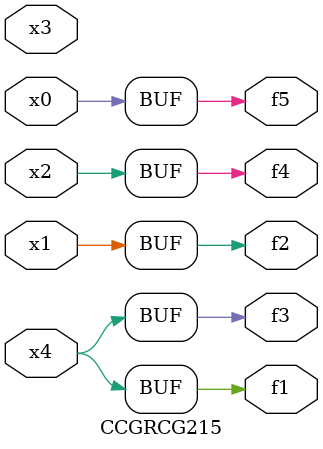
<source format=v>
module CCGRCG215(
	input x0, x1, x2, x3, x4,
	output f1, f2, f3, f4, f5
);
	assign f1 = x4;
	assign f2 = x1;
	assign f3 = x4;
	assign f4 = x2;
	assign f5 = x0;
endmodule

</source>
